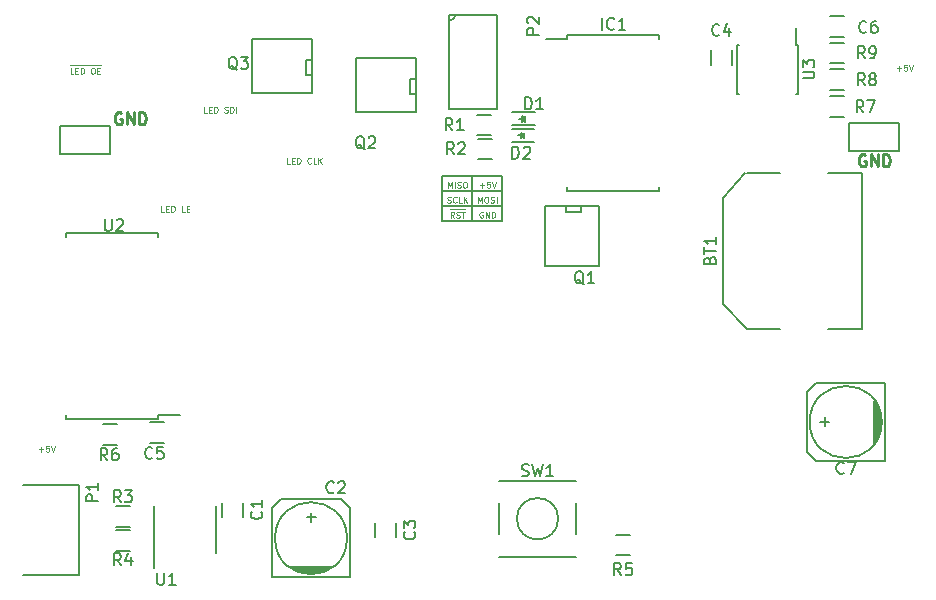
<source format=gbr>
G04 #@! TF.FileFunction,Legend,Top*
%FSLAX46Y46*%
G04 Gerber Fmt 4.6, Leading zero omitted, Abs format (unit mm)*
G04 Created by KiCad (PCBNEW (2016-05-05 BZR 6775)-product) date Tuesday, July 05, 2016 'PMt' 09:19:01 PM*
%MOMM*%
%LPD*%
G01*
G04 APERTURE LIST*
%ADD10C,0.100000*%
%ADD11C,0.125000*%
%ADD12C,0.250000*%
%ADD13C,0.200000*%
%ADD14C,0.150000*%
G04 APERTURE END LIST*
D10*
D11*
X175379142Y-106969714D02*
X175760095Y-106969714D01*
X175569619Y-107160190D02*
X175569619Y-106779238D01*
X176236285Y-106660190D02*
X175998190Y-106660190D01*
X175974380Y-106898285D01*
X175998190Y-106874476D01*
X176045809Y-106850666D01*
X176164857Y-106850666D01*
X176212476Y-106874476D01*
X176236285Y-106898285D01*
X176260095Y-106945904D01*
X176260095Y-107064952D01*
X176236285Y-107112571D01*
X176212476Y-107136380D01*
X176164857Y-107160190D01*
X176045809Y-107160190D01*
X175998190Y-107136380D01*
X175974380Y-107112571D01*
X176402952Y-106660190D02*
X176569619Y-107160190D01*
X176736285Y-106660190D01*
D12*
X172720095Y-114308000D02*
X172624857Y-114260380D01*
X172482000Y-114260380D01*
X172339142Y-114308000D01*
X172243904Y-114403238D01*
X172196285Y-114498476D01*
X172148666Y-114688952D01*
X172148666Y-114831809D01*
X172196285Y-115022285D01*
X172243904Y-115117523D01*
X172339142Y-115212761D01*
X172482000Y-115260380D01*
X172577238Y-115260380D01*
X172720095Y-115212761D01*
X172767714Y-115165142D01*
X172767714Y-114831809D01*
X172577238Y-114831809D01*
X173196285Y-115260380D02*
X173196285Y-114260380D01*
X173767714Y-115260380D01*
X173767714Y-114260380D01*
X174243904Y-115260380D02*
X174243904Y-114260380D01*
X174482000Y-114260380D01*
X174624857Y-114308000D01*
X174720095Y-114403238D01*
X174767714Y-114498476D01*
X174815333Y-114688952D01*
X174815333Y-114831809D01*
X174767714Y-115022285D01*
X174720095Y-115117523D01*
X174624857Y-115212761D01*
X174482000Y-115260380D01*
X174243904Y-115260380D01*
D11*
X102735142Y-139227714D02*
X103116095Y-139227714D01*
X102925619Y-139418190D02*
X102925619Y-139037238D01*
X103592285Y-138918190D02*
X103354190Y-138918190D01*
X103330380Y-139156285D01*
X103354190Y-139132476D01*
X103401809Y-139108666D01*
X103520857Y-139108666D01*
X103568476Y-139132476D01*
X103592285Y-139156285D01*
X103616095Y-139203904D01*
X103616095Y-139322952D01*
X103592285Y-139370571D01*
X103568476Y-139394380D01*
X103520857Y-139418190D01*
X103401809Y-139418190D01*
X103354190Y-139394380D01*
X103330380Y-139370571D01*
X103758952Y-138918190D02*
X103925619Y-139418190D01*
X104092285Y-138918190D01*
X113359523Y-119098190D02*
X113121428Y-119098190D01*
X113121428Y-118598190D01*
X113526190Y-118836285D02*
X113692857Y-118836285D01*
X113764285Y-119098190D02*
X113526190Y-119098190D01*
X113526190Y-118598190D01*
X113764285Y-118598190D01*
X113978571Y-119098190D02*
X113978571Y-118598190D01*
X114097619Y-118598190D01*
X114169047Y-118622000D01*
X114216666Y-118669619D01*
X114240476Y-118717238D01*
X114264285Y-118812476D01*
X114264285Y-118883904D01*
X114240476Y-118979142D01*
X114216666Y-119026761D01*
X114169047Y-119074380D01*
X114097619Y-119098190D01*
X113978571Y-119098190D01*
X115097619Y-119098190D02*
X114859523Y-119098190D01*
X114859523Y-118598190D01*
X115264285Y-118836285D02*
X115430952Y-118836285D01*
X115502380Y-119098190D02*
X115264285Y-119098190D01*
X115264285Y-118598190D01*
X115502380Y-118598190D01*
X124007714Y-115034190D02*
X123769619Y-115034190D01*
X123769619Y-114534190D01*
X124174380Y-114772285D02*
X124341047Y-114772285D01*
X124412476Y-115034190D02*
X124174380Y-115034190D01*
X124174380Y-114534190D01*
X124412476Y-114534190D01*
X124626761Y-115034190D02*
X124626761Y-114534190D01*
X124745809Y-114534190D01*
X124817238Y-114558000D01*
X124864857Y-114605619D01*
X124888666Y-114653238D01*
X124912476Y-114748476D01*
X124912476Y-114819904D01*
X124888666Y-114915142D01*
X124864857Y-114962761D01*
X124817238Y-115010380D01*
X124745809Y-115034190D01*
X124626761Y-115034190D01*
X125793428Y-114986571D02*
X125769619Y-115010380D01*
X125698190Y-115034190D01*
X125650571Y-115034190D01*
X125579142Y-115010380D01*
X125531523Y-114962761D01*
X125507714Y-114915142D01*
X125483904Y-114819904D01*
X125483904Y-114748476D01*
X125507714Y-114653238D01*
X125531523Y-114605619D01*
X125579142Y-114558000D01*
X125650571Y-114534190D01*
X125698190Y-114534190D01*
X125769619Y-114558000D01*
X125793428Y-114581809D01*
X126245809Y-115034190D02*
X126007714Y-115034190D01*
X126007714Y-114534190D01*
X126412476Y-115034190D02*
X126412476Y-114534190D01*
X126698190Y-115034190D02*
X126483904Y-114748476D01*
X126698190Y-114534190D02*
X126412476Y-114819904D01*
X116990952Y-110716190D02*
X116752857Y-110716190D01*
X116752857Y-110216190D01*
X117157619Y-110454285D02*
X117324285Y-110454285D01*
X117395714Y-110716190D02*
X117157619Y-110716190D01*
X117157619Y-110216190D01*
X117395714Y-110216190D01*
X117610000Y-110716190D02*
X117610000Y-110216190D01*
X117729047Y-110216190D01*
X117800476Y-110240000D01*
X117848095Y-110287619D01*
X117871904Y-110335238D01*
X117895714Y-110430476D01*
X117895714Y-110501904D01*
X117871904Y-110597142D01*
X117848095Y-110644761D01*
X117800476Y-110692380D01*
X117729047Y-110716190D01*
X117610000Y-110716190D01*
X118467142Y-110692380D02*
X118538571Y-110716190D01*
X118657619Y-110716190D01*
X118705238Y-110692380D01*
X118729047Y-110668571D01*
X118752857Y-110620952D01*
X118752857Y-110573333D01*
X118729047Y-110525714D01*
X118705238Y-110501904D01*
X118657619Y-110478095D01*
X118562380Y-110454285D01*
X118514761Y-110430476D01*
X118490952Y-110406666D01*
X118467142Y-110359047D01*
X118467142Y-110311428D01*
X118490952Y-110263809D01*
X118514761Y-110240000D01*
X118562380Y-110216190D01*
X118681428Y-110216190D01*
X118752857Y-110240000D01*
X118967142Y-110716190D02*
X118967142Y-110216190D01*
X119086190Y-110216190D01*
X119157619Y-110240000D01*
X119205238Y-110287619D01*
X119229047Y-110335238D01*
X119252857Y-110430476D01*
X119252857Y-110501904D01*
X119229047Y-110597142D01*
X119205238Y-110644761D01*
X119157619Y-110692380D01*
X119086190Y-110716190D01*
X118967142Y-110716190D01*
X119467142Y-110716190D02*
X119467142Y-110216190D01*
D12*
X109728095Y-110752000D02*
X109632857Y-110704380D01*
X109490000Y-110704380D01*
X109347142Y-110752000D01*
X109251904Y-110847238D01*
X109204285Y-110942476D01*
X109156666Y-111132952D01*
X109156666Y-111275809D01*
X109204285Y-111466285D01*
X109251904Y-111561523D01*
X109347142Y-111656761D01*
X109490000Y-111704380D01*
X109585238Y-111704380D01*
X109728095Y-111656761D01*
X109775714Y-111609142D01*
X109775714Y-111275809D01*
X109585238Y-111275809D01*
X110204285Y-111704380D02*
X110204285Y-110704380D01*
X110775714Y-111704380D01*
X110775714Y-110704380D01*
X111251904Y-111704380D02*
X111251904Y-110704380D01*
X111490000Y-110704380D01*
X111632857Y-110752000D01*
X111728095Y-110847238D01*
X111775714Y-110942476D01*
X111823333Y-111132952D01*
X111823333Y-111275809D01*
X111775714Y-111466285D01*
X111728095Y-111561523D01*
X111632857Y-111656761D01*
X111490000Y-111704380D01*
X111251904Y-111704380D01*
D11*
X105419419Y-106665500D02*
X105727619Y-106665500D01*
X105680000Y-107414190D02*
X105441904Y-107414190D01*
X105441904Y-106914190D01*
X105727619Y-106665500D02*
X106180000Y-106665500D01*
X105846666Y-107152285D02*
X106013333Y-107152285D01*
X106084761Y-107414190D02*
X105846666Y-107414190D01*
X105846666Y-106914190D01*
X106084761Y-106914190D01*
X106180000Y-106665500D02*
X106680000Y-106665500D01*
X106299047Y-107414190D02*
X106299047Y-106914190D01*
X106418095Y-106914190D01*
X106489523Y-106938000D01*
X106537142Y-106985619D01*
X106560952Y-107033238D01*
X106584761Y-107128476D01*
X106584761Y-107199904D01*
X106560952Y-107295142D01*
X106537142Y-107342761D01*
X106489523Y-107390380D01*
X106418095Y-107414190D01*
X106299047Y-107414190D01*
X106680000Y-106665500D02*
X107060952Y-106665500D01*
X107060952Y-106665500D02*
X107584761Y-106665500D01*
X107275238Y-106914190D02*
X107370476Y-106914190D01*
X107418095Y-106938000D01*
X107465714Y-106985619D01*
X107489523Y-107080857D01*
X107489523Y-107247523D01*
X107465714Y-107342761D01*
X107418095Y-107390380D01*
X107370476Y-107414190D01*
X107275238Y-107414190D01*
X107227619Y-107390380D01*
X107180000Y-107342761D01*
X107156190Y-107247523D01*
X107156190Y-107080857D01*
X107180000Y-106985619D01*
X107227619Y-106938000D01*
X107275238Y-106914190D01*
X107584761Y-106665500D02*
X108037142Y-106665500D01*
X107703809Y-107152285D02*
X107870476Y-107152285D01*
X107941904Y-107414190D02*
X107703809Y-107414190D01*
X107703809Y-106914190D01*
X107941904Y-106914190D01*
X140073142Y-116875714D02*
X140454095Y-116875714D01*
X140263619Y-117066190D02*
X140263619Y-116685238D01*
X140930285Y-116566190D02*
X140692190Y-116566190D01*
X140668380Y-116804285D01*
X140692190Y-116780476D01*
X140739809Y-116756666D01*
X140858857Y-116756666D01*
X140906476Y-116780476D01*
X140930285Y-116804285D01*
X140954095Y-116851904D01*
X140954095Y-116970952D01*
X140930285Y-117018571D01*
X140906476Y-117042380D01*
X140858857Y-117066190D01*
X140739809Y-117066190D01*
X140692190Y-117042380D01*
X140668380Y-117018571D01*
X141096952Y-116566190D02*
X141263619Y-117066190D01*
X141430285Y-116566190D01*
X137330761Y-118312380D02*
X137402190Y-118336190D01*
X137521238Y-118336190D01*
X137568857Y-118312380D01*
X137592666Y-118288571D01*
X137616476Y-118240952D01*
X137616476Y-118193333D01*
X137592666Y-118145714D01*
X137568857Y-118121904D01*
X137521238Y-118098095D01*
X137426000Y-118074285D01*
X137378380Y-118050476D01*
X137354571Y-118026666D01*
X137330761Y-117979047D01*
X137330761Y-117931428D01*
X137354571Y-117883809D01*
X137378380Y-117860000D01*
X137426000Y-117836190D01*
X137545047Y-117836190D01*
X137616476Y-117860000D01*
X138116476Y-118288571D02*
X138092666Y-118312380D01*
X138021238Y-118336190D01*
X137973619Y-118336190D01*
X137902190Y-118312380D01*
X137854571Y-118264761D01*
X137830761Y-118217142D01*
X137806952Y-118121904D01*
X137806952Y-118050476D01*
X137830761Y-117955238D01*
X137854571Y-117907619D01*
X137902190Y-117860000D01*
X137973619Y-117836190D01*
X138021238Y-117836190D01*
X138092666Y-117860000D01*
X138116476Y-117883809D01*
X138568857Y-118336190D02*
X138330761Y-118336190D01*
X138330761Y-117836190D01*
X138735523Y-118336190D02*
X138735523Y-117836190D01*
X139021238Y-118336190D02*
X138806952Y-118050476D01*
X139021238Y-117836190D02*
X138735523Y-118121904D01*
X139930285Y-118336190D02*
X139930285Y-117836190D01*
X140096952Y-118193333D01*
X140263619Y-117836190D01*
X140263619Y-118336190D01*
X140596952Y-117836190D02*
X140692190Y-117836190D01*
X140739809Y-117860000D01*
X140787428Y-117907619D01*
X140811238Y-118002857D01*
X140811238Y-118169523D01*
X140787428Y-118264761D01*
X140739809Y-118312380D01*
X140692190Y-118336190D01*
X140596952Y-118336190D01*
X140549333Y-118312380D01*
X140501714Y-118264761D01*
X140477904Y-118169523D01*
X140477904Y-118002857D01*
X140501714Y-117907619D01*
X140549333Y-117860000D01*
X140596952Y-117836190D01*
X141001714Y-118312380D02*
X141073142Y-118336190D01*
X141192190Y-118336190D01*
X141239809Y-118312380D01*
X141263619Y-118288571D01*
X141287428Y-118240952D01*
X141287428Y-118193333D01*
X141263619Y-118145714D01*
X141239809Y-118121904D01*
X141192190Y-118098095D01*
X141096952Y-118074285D01*
X141049333Y-118050476D01*
X141025523Y-118026666D01*
X141001714Y-117979047D01*
X141001714Y-117931428D01*
X141025523Y-117883809D01*
X141049333Y-117860000D01*
X141096952Y-117836190D01*
X141216000Y-117836190D01*
X141287428Y-117860000D01*
X141501714Y-118336190D02*
X141501714Y-117836190D01*
X137593991Y-118857500D02*
X137997428Y-118857500D01*
X137902190Y-119606190D02*
X137735523Y-119368095D01*
X137616476Y-119606190D02*
X137616476Y-119106190D01*
X137806952Y-119106190D01*
X137854571Y-119130000D01*
X137878380Y-119153809D01*
X137902190Y-119201428D01*
X137902190Y-119272857D01*
X137878380Y-119320476D01*
X137854571Y-119344285D01*
X137806952Y-119368095D01*
X137616476Y-119368095D01*
X137997428Y-118857500D02*
X138473619Y-118857500D01*
X138092666Y-119582380D02*
X138164095Y-119606190D01*
X138283142Y-119606190D01*
X138330761Y-119582380D01*
X138354571Y-119558571D01*
X138378380Y-119510952D01*
X138378380Y-119463333D01*
X138354571Y-119415714D01*
X138330761Y-119391904D01*
X138283142Y-119368095D01*
X138187904Y-119344285D01*
X138140285Y-119320476D01*
X138116476Y-119296666D01*
X138092666Y-119249047D01*
X138092666Y-119201428D01*
X138116476Y-119153809D01*
X138140285Y-119130000D01*
X138187904Y-119106190D01*
X138306952Y-119106190D01*
X138378380Y-119130000D01*
X138473619Y-118857500D02*
X138854571Y-118857500D01*
X138521238Y-119106190D02*
X138806952Y-119106190D01*
X138664095Y-119606190D02*
X138664095Y-119106190D01*
X140335047Y-119130000D02*
X140287428Y-119106190D01*
X140216000Y-119106190D01*
X140144571Y-119130000D01*
X140096952Y-119177619D01*
X140073142Y-119225238D01*
X140049333Y-119320476D01*
X140049333Y-119391904D01*
X140073142Y-119487142D01*
X140096952Y-119534761D01*
X140144571Y-119582380D01*
X140216000Y-119606190D01*
X140263619Y-119606190D01*
X140335047Y-119582380D01*
X140358857Y-119558571D01*
X140358857Y-119391904D01*
X140263619Y-119391904D01*
X140573142Y-119606190D02*
X140573142Y-119106190D01*
X140858857Y-119606190D01*
X140858857Y-119106190D01*
X141096952Y-119606190D02*
X141096952Y-119106190D01*
X141216000Y-119106190D01*
X141287428Y-119130000D01*
X141335047Y-119177619D01*
X141358857Y-119225238D01*
X141382666Y-119320476D01*
X141382666Y-119391904D01*
X141358857Y-119487142D01*
X141335047Y-119534761D01*
X141287428Y-119582380D01*
X141216000Y-119606190D01*
X141096952Y-119606190D01*
X137390285Y-117066190D02*
X137390285Y-116566190D01*
X137556952Y-116923333D01*
X137723619Y-116566190D01*
X137723619Y-117066190D01*
X137961714Y-117066190D02*
X137961714Y-116566190D01*
X138176000Y-117042380D02*
X138247428Y-117066190D01*
X138366476Y-117066190D01*
X138414095Y-117042380D01*
X138437904Y-117018571D01*
X138461714Y-116970952D01*
X138461714Y-116923333D01*
X138437904Y-116875714D01*
X138414095Y-116851904D01*
X138366476Y-116828095D01*
X138271238Y-116804285D01*
X138223619Y-116780476D01*
X138199809Y-116756666D01*
X138176000Y-116709047D01*
X138176000Y-116661428D01*
X138199809Y-116613809D01*
X138223619Y-116590000D01*
X138271238Y-116566190D01*
X138390285Y-116566190D01*
X138461714Y-116590000D01*
X138771238Y-116566190D02*
X138866476Y-116566190D01*
X138914095Y-116590000D01*
X138961714Y-116637619D01*
X138985523Y-116732857D01*
X138985523Y-116899523D01*
X138961714Y-116994761D01*
X138914095Y-117042380D01*
X138866476Y-117066190D01*
X138771238Y-117066190D01*
X138723619Y-117042380D01*
X138676000Y-116994761D01*
X138652190Y-116899523D01*
X138652190Y-116732857D01*
X138676000Y-116637619D01*
X138723619Y-116590000D01*
X138771238Y-116566190D01*
D13*
X136906000Y-117348000D02*
X141986000Y-117348000D01*
X136906000Y-118618000D02*
X141986000Y-118618000D01*
X139446000Y-116078000D02*
X139446000Y-119888000D01*
X136906000Y-116078000D02*
X141986000Y-116078000D01*
X136906000Y-119888000D02*
X136906000Y-116078000D01*
X141986000Y-119888000D02*
X136906000Y-119888000D01*
X141986000Y-116078000D02*
X141986000Y-119888000D01*
D14*
X112841000Y-136653000D02*
X112841000Y-136288000D01*
X105091000Y-136653000D02*
X105091000Y-136288000D01*
X105091000Y-120903000D02*
X105091000Y-121268000D01*
X112841000Y-120903000D02*
X112841000Y-121268000D01*
X112841000Y-136653000D02*
X105091000Y-136653000D01*
X112841000Y-120903000D02*
X105091000Y-120903000D01*
X112841000Y-136288000D02*
X114666000Y-136288000D01*
X171382000Y-111576000D02*
X175582000Y-111576000D01*
X175582000Y-111576000D02*
X175582000Y-113976000D01*
X175582000Y-113976000D02*
X171382000Y-113976000D01*
X171382000Y-113976000D02*
X171382000Y-111576000D01*
X104580000Y-111830000D02*
X108780000Y-111830000D01*
X108780000Y-111830000D02*
X108780000Y-114230000D01*
X108780000Y-114230000D02*
X104580000Y-114230000D01*
X104580000Y-114230000D02*
X104580000Y-111830000D01*
X159653000Y-106645000D02*
X159653000Y-105445000D01*
X161403000Y-105445000D02*
X161403000Y-106645000D01*
X169707000Y-109297500D02*
X170907000Y-109297500D01*
X170907000Y-111047500D02*
X169707000Y-111047500D01*
X117773000Y-147986500D02*
X117773000Y-143986500D01*
X112478000Y-149261500D02*
X112478000Y-143986500D01*
X118251000Y-144935500D02*
X118251000Y-143735500D01*
X120001000Y-143735500D02*
X120001000Y-144935500D01*
X106124000Y-142250000D02*
X101424000Y-142250000D01*
X101424000Y-149850000D02*
X106124000Y-149850000D01*
X106124000Y-149850000D02*
X106124000Y-142250000D01*
X110455000Y-147814000D02*
X109255000Y-147814000D01*
X109255000Y-146064000D02*
X110455000Y-146064000D01*
X125857000Y-109093000D02*
X120777000Y-109093000D01*
X120777000Y-109093000D02*
X120777000Y-104521000D01*
X120777000Y-104521000D02*
X125857000Y-104521000D01*
X125857000Y-104521000D02*
X125857000Y-109093000D01*
X125857000Y-107569000D02*
X125349000Y-107569000D01*
X125349000Y-107569000D02*
X125349000Y-106299000D01*
X125349000Y-106299000D02*
X125857000Y-106299000D01*
X110455000Y-145782000D02*
X109255000Y-145782000D01*
X109255000Y-144032000D02*
X110455000Y-144032000D01*
X109375500Y-138860500D02*
X108175500Y-138860500D01*
X108175500Y-137110500D02*
X109375500Y-137110500D01*
X169707000Y-107011500D02*
X170907000Y-107011500D01*
X170907000Y-108761500D02*
X169707000Y-108761500D01*
X169707000Y-104789000D02*
X170907000Y-104789000D01*
X170907000Y-106539000D02*
X169707000Y-106539000D01*
X151609500Y-146445000D02*
X152809500Y-146445000D01*
X152809500Y-148195000D02*
X151609500Y-148195000D01*
X141062000Y-112635000D02*
X139862000Y-112635000D01*
X139862000Y-110885000D02*
X141062000Y-110885000D01*
X144737000Y-110702000D02*
X142837000Y-110702000D01*
X144737000Y-111802000D02*
X142837000Y-111802000D01*
X143837000Y-111252000D02*
X143387000Y-111252000D01*
X143887000Y-111502000D02*
X143887000Y-111002000D01*
X143887000Y-111252000D02*
X143637000Y-111502000D01*
X143637000Y-111502000D02*
X143637000Y-111002000D01*
X143637000Y-111002000D02*
X143887000Y-111252000D01*
X144673500Y-112099000D02*
X142773500Y-112099000D01*
X144673500Y-113199000D02*
X142773500Y-113199000D01*
X143773500Y-112649000D02*
X143323500Y-112649000D01*
X143823500Y-112899000D02*
X143823500Y-112399000D01*
X143823500Y-112649000D02*
X143573500Y-112899000D01*
X143573500Y-112899000D02*
X143573500Y-112399000D01*
X143573500Y-112399000D02*
X143823500Y-112649000D01*
X141125500Y-114667000D02*
X139925500Y-114667000D01*
X139925500Y-112917000D02*
X141125500Y-112917000D01*
X146721214Y-145097500D02*
G75*
G03X146721214Y-145097500I-1750714J0D01*
G01*
X148195500Y-141872500D02*
X148195500Y-141897500D01*
X148195500Y-148322500D02*
X148195500Y-148297500D01*
X141745500Y-148322500D02*
X141745500Y-148297500D01*
X141745500Y-141897500D02*
X141745500Y-141872500D01*
X148195500Y-143797500D02*
X148195500Y-146397500D01*
X141745500Y-141872500D02*
X148195500Y-141872500D01*
X141745500Y-143797500D02*
X141745500Y-146397500D01*
X141745500Y-148322500D02*
X148195500Y-148322500D01*
X170907000Y-104316500D02*
X169707000Y-104316500D01*
X169707000Y-102566500D02*
X170907000Y-102566500D01*
X125031500Y-149669500D02*
X126555500Y-149669500D01*
X126936500Y-149542500D02*
X124650500Y-149542500D01*
X124396500Y-149415500D02*
X127190500Y-149415500D01*
X127444500Y-149288500D02*
X124142500Y-149288500D01*
X124015500Y-149161500D02*
X127571500Y-149161500D01*
X122491500Y-150050500D02*
X129095500Y-150050500D01*
X129095500Y-150050500D02*
X129095500Y-144208500D01*
X129095500Y-144208500D02*
X128333500Y-143446500D01*
X128333500Y-143446500D02*
X123253500Y-143446500D01*
X123253500Y-143446500D02*
X122491500Y-144208500D01*
X122491500Y-144208500D02*
X122491500Y-150050500D01*
X125793500Y-144589500D02*
X125793500Y-145351500D01*
X125412500Y-144970500D02*
X126174500Y-144970500D01*
X128841500Y-146748500D02*
G75*
G03X128841500Y-146748500I-3048000J0D01*
G01*
X147509000Y-104169000D02*
X147509000Y-104504000D01*
X155259000Y-104169000D02*
X155259000Y-104504000D01*
X155259000Y-117319000D02*
X155259000Y-116984000D01*
X147509000Y-117319000D02*
X147509000Y-116984000D01*
X147509000Y-104169000D02*
X155259000Y-104169000D01*
X147509000Y-117319000D02*
X155259000Y-117319000D01*
X147509000Y-104504000D02*
X145709000Y-104504000D01*
X150177500Y-118618000D02*
X150177500Y-123698000D01*
X150177500Y-123698000D02*
X145605500Y-123698000D01*
X145605500Y-123698000D02*
X145605500Y-118618000D01*
X145605500Y-118618000D02*
X150177500Y-118618000D01*
X148653500Y-118618000D02*
X148653500Y-119126000D01*
X148653500Y-119126000D02*
X147383500Y-119126000D01*
X147383500Y-119126000D02*
X147383500Y-118618000D01*
X113376000Y-138670000D02*
X112176000Y-138670000D01*
X112176000Y-136920000D02*
X113376000Y-136920000D01*
X131205000Y-146650000D02*
X131205000Y-145450000D01*
X132955000Y-145450000D02*
X132955000Y-146650000D01*
X173990000Y-137668000D02*
X173990000Y-136144000D01*
X173863000Y-135763000D02*
X173863000Y-138049000D01*
X173736000Y-138303000D02*
X173736000Y-135509000D01*
X173609000Y-135255000D02*
X173609000Y-138557000D01*
X173482000Y-138684000D02*
X173482000Y-135128000D01*
X174371000Y-140208000D02*
X174371000Y-133604000D01*
X174371000Y-133604000D02*
X168529000Y-133604000D01*
X168529000Y-133604000D02*
X167767000Y-134366000D01*
X167767000Y-134366000D02*
X167767000Y-139446000D01*
X167767000Y-139446000D02*
X168529000Y-140208000D01*
X168529000Y-140208000D02*
X174371000Y-140208000D01*
X168910000Y-136906000D02*
X169672000Y-136906000D01*
X169291000Y-137287000D02*
X169291000Y-136525000D01*
X174117000Y-136906000D02*
G75*
G03X174117000Y-136906000I-3048000J0D01*
G01*
X167040000Y-104986000D02*
X166895000Y-104986000D01*
X167040000Y-109136000D02*
X166895000Y-109136000D01*
X161890000Y-109136000D02*
X162035000Y-109136000D01*
X161890000Y-104986000D02*
X162035000Y-104986000D01*
X167040000Y-104986000D02*
X167040000Y-109136000D01*
X161890000Y-104986000D02*
X161890000Y-109136000D01*
X166895000Y-104986000D02*
X166895000Y-103586000D01*
X162676500Y-115828000D02*
X165476500Y-115828000D01*
X162576500Y-115828000D02*
X160676500Y-117928000D01*
X160676500Y-126928000D02*
X160676500Y-117928000D01*
X162676500Y-129028000D02*
X160676500Y-126928000D01*
X165476500Y-129028000D02*
X162676500Y-129028000D01*
X172476500Y-115828000D02*
X169576500Y-115828000D01*
X172476500Y-129028000D02*
X172476500Y-115828000D01*
X169576500Y-129028000D02*
X172476500Y-129028000D01*
X134683500Y-110680500D02*
X129603500Y-110680500D01*
X129603500Y-110680500D02*
X129603500Y-106108500D01*
X129603500Y-106108500D02*
X134683500Y-106108500D01*
X134683500Y-106108500D02*
X134683500Y-110680500D01*
X134683500Y-109156500D02*
X134175500Y-109156500D01*
X134175500Y-109156500D02*
X134175500Y-107886500D01*
X134175500Y-107886500D02*
X134683500Y-107886500D01*
X137507000Y-102926000D02*
G75*
G03X138007000Y-102426000I0J500000D01*
G01*
X137507000Y-102426000D02*
X141507000Y-102426000D01*
X137507000Y-110426000D02*
X137507000Y-102426000D01*
X141507000Y-110426000D02*
X137507000Y-110426000D01*
X141507000Y-102426000D02*
X141507000Y-110426000D01*
X108331095Y-119721380D02*
X108331095Y-120530904D01*
X108378714Y-120626142D01*
X108426333Y-120673761D01*
X108521571Y-120721380D01*
X108712047Y-120721380D01*
X108807285Y-120673761D01*
X108854904Y-120626142D01*
X108902523Y-120530904D01*
X108902523Y-119721380D01*
X109331095Y-119816619D02*
X109378714Y-119769000D01*
X109473952Y-119721380D01*
X109712047Y-119721380D01*
X109807285Y-119769000D01*
X109854904Y-119816619D01*
X109902523Y-119911857D01*
X109902523Y-120007095D01*
X109854904Y-120149952D01*
X109283476Y-120721380D01*
X109902523Y-120721380D01*
X160361333Y-104116142D02*
X160313714Y-104163761D01*
X160170857Y-104211380D01*
X160075619Y-104211380D01*
X159932761Y-104163761D01*
X159837523Y-104068523D01*
X159789904Y-103973285D01*
X159742285Y-103782809D01*
X159742285Y-103639952D01*
X159789904Y-103449476D01*
X159837523Y-103354238D01*
X159932761Y-103259000D01*
X160075619Y-103211380D01*
X160170857Y-103211380D01*
X160313714Y-103259000D01*
X160361333Y-103306619D01*
X161218476Y-103544714D02*
X161218476Y-104211380D01*
X160980380Y-103163761D02*
X160742285Y-103878047D01*
X161361333Y-103878047D01*
X172553333Y-110688380D02*
X172220000Y-110212190D01*
X171981904Y-110688380D02*
X171981904Y-109688380D01*
X172362857Y-109688380D01*
X172458095Y-109736000D01*
X172505714Y-109783619D01*
X172553333Y-109878857D01*
X172553333Y-110021714D01*
X172505714Y-110116952D01*
X172458095Y-110164571D01*
X172362857Y-110212190D01*
X171981904Y-110212190D01*
X172886666Y-109688380D02*
X173553333Y-109688380D01*
X173124761Y-110688380D01*
X112776095Y-149693380D02*
X112776095Y-150502904D01*
X112823714Y-150598142D01*
X112871333Y-150645761D01*
X112966571Y-150693380D01*
X113157047Y-150693380D01*
X113252285Y-150645761D01*
X113299904Y-150598142D01*
X113347523Y-150502904D01*
X113347523Y-149693380D01*
X114347523Y-150693380D02*
X113776095Y-150693380D01*
X114061809Y-150693380D02*
X114061809Y-149693380D01*
X113966571Y-149836238D01*
X113871333Y-149931476D01*
X113776095Y-149979095D01*
X121583142Y-144502166D02*
X121630761Y-144549785D01*
X121678380Y-144692642D01*
X121678380Y-144787880D01*
X121630761Y-144930738D01*
X121535523Y-145025976D01*
X121440285Y-145073595D01*
X121249809Y-145121214D01*
X121106952Y-145121214D01*
X120916476Y-145073595D01*
X120821238Y-145025976D01*
X120726000Y-144930738D01*
X120678380Y-144787880D01*
X120678380Y-144692642D01*
X120726000Y-144549785D01*
X120773619Y-144502166D01*
X121678380Y-143549785D02*
X121678380Y-144121214D01*
X121678380Y-143835500D02*
X120678380Y-143835500D01*
X120821238Y-143930738D01*
X120916476Y-144025976D01*
X120964095Y-144121214D01*
X107767380Y-143613095D02*
X106767380Y-143613095D01*
X106767380Y-143232142D01*
X106815000Y-143136904D01*
X106862619Y-143089285D01*
X106957857Y-143041666D01*
X107100714Y-143041666D01*
X107195952Y-143089285D01*
X107243571Y-143136904D01*
X107291190Y-143232142D01*
X107291190Y-143613095D01*
X107767380Y-142089285D02*
X107767380Y-142660714D01*
X107767380Y-142375000D02*
X106767380Y-142375000D01*
X106910238Y-142470238D01*
X107005476Y-142565476D01*
X107053095Y-142660714D01*
X109688333Y-149042380D02*
X109355000Y-148566190D01*
X109116904Y-149042380D02*
X109116904Y-148042380D01*
X109497857Y-148042380D01*
X109593095Y-148090000D01*
X109640714Y-148137619D01*
X109688333Y-148232857D01*
X109688333Y-148375714D01*
X109640714Y-148470952D01*
X109593095Y-148518571D01*
X109497857Y-148566190D01*
X109116904Y-148566190D01*
X110545476Y-148375714D02*
X110545476Y-149042380D01*
X110307380Y-147994761D02*
X110069285Y-148709047D01*
X110688333Y-148709047D01*
X119538761Y-107100619D02*
X119443523Y-107053000D01*
X119348285Y-106957761D01*
X119205428Y-106814904D01*
X119110190Y-106767285D01*
X119014952Y-106767285D01*
X119062571Y-107005380D02*
X118967333Y-106957761D01*
X118872095Y-106862523D01*
X118824476Y-106672047D01*
X118824476Y-106338714D01*
X118872095Y-106148238D01*
X118967333Y-106053000D01*
X119062571Y-106005380D01*
X119253047Y-106005380D01*
X119348285Y-106053000D01*
X119443523Y-106148238D01*
X119491142Y-106338714D01*
X119491142Y-106672047D01*
X119443523Y-106862523D01*
X119348285Y-106957761D01*
X119253047Y-107005380D01*
X119062571Y-107005380D01*
X119824476Y-106005380D02*
X120443523Y-106005380D01*
X120110190Y-106386333D01*
X120253047Y-106386333D01*
X120348285Y-106433952D01*
X120395904Y-106481571D01*
X120443523Y-106576809D01*
X120443523Y-106814904D01*
X120395904Y-106910142D01*
X120348285Y-106957761D01*
X120253047Y-107005380D01*
X119967333Y-107005380D01*
X119872095Y-106957761D01*
X119824476Y-106910142D01*
X109688333Y-143708380D02*
X109355000Y-143232190D01*
X109116904Y-143708380D02*
X109116904Y-142708380D01*
X109497857Y-142708380D01*
X109593095Y-142756000D01*
X109640714Y-142803619D01*
X109688333Y-142898857D01*
X109688333Y-143041714D01*
X109640714Y-143136952D01*
X109593095Y-143184571D01*
X109497857Y-143232190D01*
X109116904Y-143232190D01*
X110021666Y-142708380D02*
X110640714Y-142708380D01*
X110307380Y-143089333D01*
X110450238Y-143089333D01*
X110545476Y-143136952D01*
X110593095Y-143184571D01*
X110640714Y-143279809D01*
X110640714Y-143517904D01*
X110593095Y-143613142D01*
X110545476Y-143660761D01*
X110450238Y-143708380D01*
X110164523Y-143708380D01*
X110069285Y-143660761D01*
X110021666Y-143613142D01*
X108545333Y-140152380D02*
X108212000Y-139676190D01*
X107973904Y-140152380D02*
X107973904Y-139152380D01*
X108354857Y-139152380D01*
X108450095Y-139200000D01*
X108497714Y-139247619D01*
X108545333Y-139342857D01*
X108545333Y-139485714D01*
X108497714Y-139580952D01*
X108450095Y-139628571D01*
X108354857Y-139676190D01*
X107973904Y-139676190D01*
X109402476Y-139152380D02*
X109212000Y-139152380D01*
X109116761Y-139200000D01*
X109069142Y-139247619D01*
X108973904Y-139390476D01*
X108926285Y-139580952D01*
X108926285Y-139961904D01*
X108973904Y-140057142D01*
X109021523Y-140104761D01*
X109116761Y-140152380D01*
X109307238Y-140152380D01*
X109402476Y-140104761D01*
X109450095Y-140057142D01*
X109497714Y-139961904D01*
X109497714Y-139723809D01*
X109450095Y-139628571D01*
X109402476Y-139580952D01*
X109307238Y-139533333D01*
X109116761Y-139533333D01*
X109021523Y-139580952D01*
X108973904Y-139628571D01*
X108926285Y-139723809D01*
X172680333Y-108402380D02*
X172347000Y-107926190D01*
X172108904Y-108402380D02*
X172108904Y-107402380D01*
X172489857Y-107402380D01*
X172585095Y-107450000D01*
X172632714Y-107497619D01*
X172680333Y-107592857D01*
X172680333Y-107735714D01*
X172632714Y-107830952D01*
X172585095Y-107878571D01*
X172489857Y-107926190D01*
X172108904Y-107926190D01*
X173251761Y-107830952D02*
X173156523Y-107783333D01*
X173108904Y-107735714D01*
X173061285Y-107640476D01*
X173061285Y-107592857D01*
X173108904Y-107497619D01*
X173156523Y-107450000D01*
X173251761Y-107402380D01*
X173442238Y-107402380D01*
X173537476Y-107450000D01*
X173585095Y-107497619D01*
X173632714Y-107592857D01*
X173632714Y-107640476D01*
X173585095Y-107735714D01*
X173537476Y-107783333D01*
X173442238Y-107830952D01*
X173251761Y-107830952D01*
X173156523Y-107878571D01*
X173108904Y-107926190D01*
X173061285Y-108021428D01*
X173061285Y-108211904D01*
X173108904Y-108307142D01*
X173156523Y-108354761D01*
X173251761Y-108402380D01*
X173442238Y-108402380D01*
X173537476Y-108354761D01*
X173585095Y-108307142D01*
X173632714Y-108211904D01*
X173632714Y-108021428D01*
X173585095Y-107926190D01*
X173537476Y-107878571D01*
X173442238Y-107830952D01*
X172680333Y-106116380D02*
X172347000Y-105640190D01*
X172108904Y-106116380D02*
X172108904Y-105116380D01*
X172489857Y-105116380D01*
X172585095Y-105164000D01*
X172632714Y-105211619D01*
X172680333Y-105306857D01*
X172680333Y-105449714D01*
X172632714Y-105544952D01*
X172585095Y-105592571D01*
X172489857Y-105640190D01*
X172108904Y-105640190D01*
X173156523Y-106116380D02*
X173347000Y-106116380D01*
X173442238Y-106068761D01*
X173489857Y-106021142D01*
X173585095Y-105878285D01*
X173632714Y-105687809D01*
X173632714Y-105306857D01*
X173585095Y-105211619D01*
X173537476Y-105164000D01*
X173442238Y-105116380D01*
X173251761Y-105116380D01*
X173156523Y-105164000D01*
X173108904Y-105211619D01*
X173061285Y-105306857D01*
X173061285Y-105544952D01*
X173108904Y-105640190D01*
X173156523Y-105687809D01*
X173251761Y-105735428D01*
X173442238Y-105735428D01*
X173537476Y-105687809D01*
X173585095Y-105640190D01*
X173632714Y-105544952D01*
X152042833Y-149872380D02*
X151709500Y-149396190D01*
X151471404Y-149872380D02*
X151471404Y-148872380D01*
X151852357Y-148872380D01*
X151947595Y-148920000D01*
X151995214Y-148967619D01*
X152042833Y-149062857D01*
X152042833Y-149205714D01*
X151995214Y-149300952D01*
X151947595Y-149348571D01*
X151852357Y-149396190D01*
X151471404Y-149396190D01*
X152947595Y-148872380D02*
X152471404Y-148872380D01*
X152423785Y-149348571D01*
X152471404Y-149300952D01*
X152566642Y-149253333D01*
X152804738Y-149253333D01*
X152899976Y-149300952D01*
X152947595Y-149348571D01*
X152995214Y-149443809D01*
X152995214Y-149681904D01*
X152947595Y-149777142D01*
X152899976Y-149824761D01*
X152804738Y-149872380D01*
X152566642Y-149872380D01*
X152471404Y-149824761D01*
X152423785Y-149777142D01*
X137755333Y-112212380D02*
X137422000Y-111736190D01*
X137183904Y-112212380D02*
X137183904Y-111212380D01*
X137564857Y-111212380D01*
X137660095Y-111260000D01*
X137707714Y-111307619D01*
X137755333Y-111402857D01*
X137755333Y-111545714D01*
X137707714Y-111640952D01*
X137660095Y-111688571D01*
X137564857Y-111736190D01*
X137183904Y-111736190D01*
X138707714Y-112212380D02*
X138136285Y-112212380D01*
X138422000Y-112212380D02*
X138422000Y-111212380D01*
X138326761Y-111355238D01*
X138231523Y-111450476D01*
X138136285Y-111498095D01*
X143914904Y-110434380D02*
X143914904Y-109434380D01*
X144153000Y-109434380D01*
X144295857Y-109482000D01*
X144391095Y-109577238D01*
X144438714Y-109672476D01*
X144486333Y-109862952D01*
X144486333Y-110005809D01*
X144438714Y-110196285D01*
X144391095Y-110291523D01*
X144295857Y-110386761D01*
X144153000Y-110434380D01*
X143914904Y-110434380D01*
X145438714Y-110434380D02*
X144867285Y-110434380D01*
X145153000Y-110434380D02*
X145153000Y-109434380D01*
X145057761Y-109577238D01*
X144962523Y-109672476D01*
X144867285Y-109720095D01*
X142835404Y-114601380D02*
X142835404Y-113601380D01*
X143073500Y-113601380D01*
X143216357Y-113649000D01*
X143311595Y-113744238D01*
X143359214Y-113839476D01*
X143406833Y-114029952D01*
X143406833Y-114172809D01*
X143359214Y-114363285D01*
X143311595Y-114458523D01*
X143216357Y-114553761D01*
X143073500Y-114601380D01*
X142835404Y-114601380D01*
X143787785Y-113696619D02*
X143835404Y-113649000D01*
X143930642Y-113601380D01*
X144168738Y-113601380D01*
X144263976Y-113649000D01*
X144311595Y-113696619D01*
X144359214Y-113791857D01*
X144359214Y-113887095D01*
X144311595Y-114029952D01*
X143740166Y-114601380D01*
X144359214Y-114601380D01*
X137882333Y-114244380D02*
X137549000Y-113768190D01*
X137310904Y-114244380D02*
X137310904Y-113244380D01*
X137691857Y-113244380D01*
X137787095Y-113292000D01*
X137834714Y-113339619D01*
X137882333Y-113434857D01*
X137882333Y-113577714D01*
X137834714Y-113672952D01*
X137787095Y-113720571D01*
X137691857Y-113768190D01*
X137310904Y-113768190D01*
X138263285Y-113339619D02*
X138310904Y-113292000D01*
X138406142Y-113244380D01*
X138644238Y-113244380D01*
X138739476Y-113292000D01*
X138787095Y-113339619D01*
X138834714Y-113434857D01*
X138834714Y-113530095D01*
X138787095Y-113672952D01*
X138215666Y-114244380D01*
X138834714Y-114244380D01*
X143637166Y-141452261D02*
X143780023Y-141499880D01*
X144018119Y-141499880D01*
X144113357Y-141452261D01*
X144160976Y-141404642D01*
X144208595Y-141309404D01*
X144208595Y-141214166D01*
X144160976Y-141118928D01*
X144113357Y-141071309D01*
X144018119Y-141023690D01*
X143827642Y-140976071D01*
X143732404Y-140928452D01*
X143684785Y-140880833D01*
X143637166Y-140785595D01*
X143637166Y-140690357D01*
X143684785Y-140595119D01*
X143732404Y-140547500D01*
X143827642Y-140499880D01*
X144065738Y-140499880D01*
X144208595Y-140547500D01*
X144541928Y-140499880D02*
X144780023Y-141499880D01*
X144970500Y-140785595D01*
X145160976Y-141499880D01*
X145399071Y-140499880D01*
X146303833Y-141499880D02*
X145732404Y-141499880D01*
X146018119Y-141499880D02*
X146018119Y-140499880D01*
X145922880Y-140642738D01*
X145827642Y-140737976D01*
X145732404Y-140785595D01*
X172807333Y-103862142D02*
X172759714Y-103909761D01*
X172616857Y-103957380D01*
X172521619Y-103957380D01*
X172378761Y-103909761D01*
X172283523Y-103814523D01*
X172235904Y-103719285D01*
X172188285Y-103528809D01*
X172188285Y-103385952D01*
X172235904Y-103195476D01*
X172283523Y-103100238D01*
X172378761Y-103005000D01*
X172521619Y-102957380D01*
X172616857Y-102957380D01*
X172759714Y-103005000D01*
X172807333Y-103052619D01*
X173664476Y-102957380D02*
X173474000Y-102957380D01*
X173378761Y-103005000D01*
X173331142Y-103052619D01*
X173235904Y-103195476D01*
X173188285Y-103385952D01*
X173188285Y-103766904D01*
X173235904Y-103862142D01*
X173283523Y-103909761D01*
X173378761Y-103957380D01*
X173569238Y-103957380D01*
X173664476Y-103909761D01*
X173712095Y-103862142D01*
X173759714Y-103766904D01*
X173759714Y-103528809D01*
X173712095Y-103433571D01*
X173664476Y-103385952D01*
X173569238Y-103338333D01*
X173378761Y-103338333D01*
X173283523Y-103385952D01*
X173235904Y-103433571D01*
X173188285Y-103528809D01*
X127722333Y-142851142D02*
X127674714Y-142898761D01*
X127531857Y-142946380D01*
X127436619Y-142946380D01*
X127293761Y-142898761D01*
X127198523Y-142803523D01*
X127150904Y-142708285D01*
X127103285Y-142517809D01*
X127103285Y-142374952D01*
X127150904Y-142184476D01*
X127198523Y-142089238D01*
X127293761Y-141994000D01*
X127436619Y-141946380D01*
X127531857Y-141946380D01*
X127674714Y-141994000D01*
X127722333Y-142041619D01*
X128103285Y-142041619D02*
X128150904Y-141994000D01*
X128246142Y-141946380D01*
X128484238Y-141946380D01*
X128579476Y-141994000D01*
X128627095Y-142041619D01*
X128674714Y-142136857D01*
X128674714Y-142232095D01*
X128627095Y-142374952D01*
X128055666Y-142946380D01*
X128674714Y-142946380D01*
X150407809Y-103696380D02*
X150407809Y-102696380D01*
X151455428Y-103601142D02*
X151407809Y-103648761D01*
X151264952Y-103696380D01*
X151169714Y-103696380D01*
X151026857Y-103648761D01*
X150931619Y-103553523D01*
X150884000Y-103458285D01*
X150836380Y-103267809D01*
X150836380Y-103124952D01*
X150884000Y-102934476D01*
X150931619Y-102839238D01*
X151026857Y-102744000D01*
X151169714Y-102696380D01*
X151264952Y-102696380D01*
X151407809Y-102744000D01*
X151455428Y-102791619D01*
X152407809Y-103696380D02*
X151836380Y-103696380D01*
X152122095Y-103696380D02*
X152122095Y-102696380D01*
X152026857Y-102839238D01*
X151931619Y-102934476D01*
X151836380Y-102982095D01*
X148875761Y-125261619D02*
X148780523Y-125214000D01*
X148685285Y-125118761D01*
X148542428Y-124975904D01*
X148447190Y-124928285D01*
X148351952Y-124928285D01*
X148399571Y-125166380D02*
X148304333Y-125118761D01*
X148209095Y-125023523D01*
X148161476Y-124833047D01*
X148161476Y-124499714D01*
X148209095Y-124309238D01*
X148304333Y-124214000D01*
X148399571Y-124166380D01*
X148590047Y-124166380D01*
X148685285Y-124214000D01*
X148780523Y-124309238D01*
X148828142Y-124499714D01*
X148828142Y-124833047D01*
X148780523Y-125023523D01*
X148685285Y-125118761D01*
X148590047Y-125166380D01*
X148399571Y-125166380D01*
X149780523Y-125166380D02*
X149209095Y-125166380D01*
X149494809Y-125166380D02*
X149494809Y-124166380D01*
X149399571Y-124309238D01*
X149304333Y-124404476D01*
X149209095Y-124452095D01*
X112355333Y-139930142D02*
X112307714Y-139977761D01*
X112164857Y-140025380D01*
X112069619Y-140025380D01*
X111926761Y-139977761D01*
X111831523Y-139882523D01*
X111783904Y-139787285D01*
X111736285Y-139596809D01*
X111736285Y-139453952D01*
X111783904Y-139263476D01*
X111831523Y-139168238D01*
X111926761Y-139073000D01*
X112069619Y-139025380D01*
X112164857Y-139025380D01*
X112307714Y-139073000D01*
X112355333Y-139120619D01*
X113260095Y-139025380D02*
X112783904Y-139025380D01*
X112736285Y-139501571D01*
X112783904Y-139453952D01*
X112879142Y-139406333D01*
X113117238Y-139406333D01*
X113212476Y-139453952D01*
X113260095Y-139501571D01*
X113307714Y-139596809D01*
X113307714Y-139834904D01*
X113260095Y-139930142D01*
X113212476Y-139977761D01*
X113117238Y-140025380D01*
X112879142Y-140025380D01*
X112783904Y-139977761D01*
X112736285Y-139930142D01*
X134537142Y-146216666D02*
X134584761Y-146264285D01*
X134632380Y-146407142D01*
X134632380Y-146502380D01*
X134584761Y-146645238D01*
X134489523Y-146740476D01*
X134394285Y-146788095D01*
X134203809Y-146835714D01*
X134060952Y-146835714D01*
X133870476Y-146788095D01*
X133775238Y-146740476D01*
X133680000Y-146645238D01*
X133632380Y-146502380D01*
X133632380Y-146407142D01*
X133680000Y-146264285D01*
X133727619Y-146216666D01*
X133632380Y-145883333D02*
X133632380Y-145264285D01*
X134013333Y-145597619D01*
X134013333Y-145454761D01*
X134060952Y-145359523D01*
X134108571Y-145311904D01*
X134203809Y-145264285D01*
X134441904Y-145264285D01*
X134537142Y-145311904D01*
X134584761Y-145359523D01*
X134632380Y-145454761D01*
X134632380Y-145740476D01*
X134584761Y-145835714D01*
X134537142Y-145883333D01*
X170902333Y-141200142D02*
X170854714Y-141247761D01*
X170711857Y-141295380D01*
X170616619Y-141295380D01*
X170473761Y-141247761D01*
X170378523Y-141152523D01*
X170330904Y-141057285D01*
X170283285Y-140866809D01*
X170283285Y-140723952D01*
X170330904Y-140533476D01*
X170378523Y-140438238D01*
X170473761Y-140343000D01*
X170616619Y-140295380D01*
X170711857Y-140295380D01*
X170854714Y-140343000D01*
X170902333Y-140390619D01*
X171235666Y-140295380D02*
X171902333Y-140295380D01*
X171473761Y-141295380D01*
X167417380Y-107822904D02*
X168226904Y-107822904D01*
X168322142Y-107775285D01*
X168369761Y-107727666D01*
X168417380Y-107632428D01*
X168417380Y-107441952D01*
X168369761Y-107346714D01*
X168322142Y-107299095D01*
X168226904Y-107251476D01*
X167417380Y-107251476D01*
X167417380Y-106870523D02*
X167417380Y-106251476D01*
X167798333Y-106584809D01*
X167798333Y-106441952D01*
X167845952Y-106346714D01*
X167893571Y-106299095D01*
X167988809Y-106251476D01*
X168226904Y-106251476D01*
X168322142Y-106299095D01*
X168369761Y-106346714D01*
X168417380Y-106441952D01*
X168417380Y-106727666D01*
X168369761Y-106822904D01*
X168322142Y-106870523D01*
X159555071Y-123213714D02*
X159602690Y-123070857D01*
X159650309Y-123023238D01*
X159745547Y-122975619D01*
X159888404Y-122975619D01*
X159983642Y-123023238D01*
X160031261Y-123070857D01*
X160078880Y-123166095D01*
X160078880Y-123547047D01*
X159078880Y-123547047D01*
X159078880Y-123213714D01*
X159126500Y-123118476D01*
X159174119Y-123070857D01*
X159269357Y-123023238D01*
X159364595Y-123023238D01*
X159459833Y-123070857D01*
X159507452Y-123118476D01*
X159555071Y-123213714D01*
X159555071Y-123547047D01*
X159078880Y-122689904D02*
X159078880Y-122118476D01*
X160078880Y-122404190D02*
X159078880Y-122404190D01*
X160078880Y-121261333D02*
X160078880Y-121832761D01*
X160078880Y-121547047D02*
X159078880Y-121547047D01*
X159221738Y-121642285D01*
X159316976Y-121737523D01*
X159364595Y-121832761D01*
X130333761Y-113831619D02*
X130238523Y-113784000D01*
X130143285Y-113688761D01*
X130000428Y-113545904D01*
X129905190Y-113498285D01*
X129809952Y-113498285D01*
X129857571Y-113736380D02*
X129762333Y-113688761D01*
X129667095Y-113593523D01*
X129619476Y-113403047D01*
X129619476Y-113069714D01*
X129667095Y-112879238D01*
X129762333Y-112784000D01*
X129857571Y-112736380D01*
X130048047Y-112736380D01*
X130143285Y-112784000D01*
X130238523Y-112879238D01*
X130286142Y-113069714D01*
X130286142Y-113403047D01*
X130238523Y-113593523D01*
X130143285Y-113688761D01*
X130048047Y-113736380D01*
X129857571Y-113736380D01*
X130667095Y-112831619D02*
X130714714Y-112784000D01*
X130809952Y-112736380D01*
X131048047Y-112736380D01*
X131143285Y-112784000D01*
X131190904Y-112831619D01*
X131238523Y-112926857D01*
X131238523Y-113022095D01*
X131190904Y-113164952D01*
X130619476Y-113736380D01*
X131238523Y-113736380D01*
X145105380Y-104116095D02*
X144105380Y-104116095D01*
X144105380Y-103735142D01*
X144153000Y-103639904D01*
X144200619Y-103592285D01*
X144295857Y-103544666D01*
X144438714Y-103544666D01*
X144533952Y-103592285D01*
X144581571Y-103639904D01*
X144629190Y-103735142D01*
X144629190Y-104116095D01*
X144200619Y-103163714D02*
X144153000Y-103116095D01*
X144105380Y-103020857D01*
X144105380Y-102782761D01*
X144153000Y-102687523D01*
X144200619Y-102639904D01*
X144295857Y-102592285D01*
X144391095Y-102592285D01*
X144533952Y-102639904D01*
X145105380Y-103211333D01*
X145105380Y-102592285D01*
M02*

</source>
